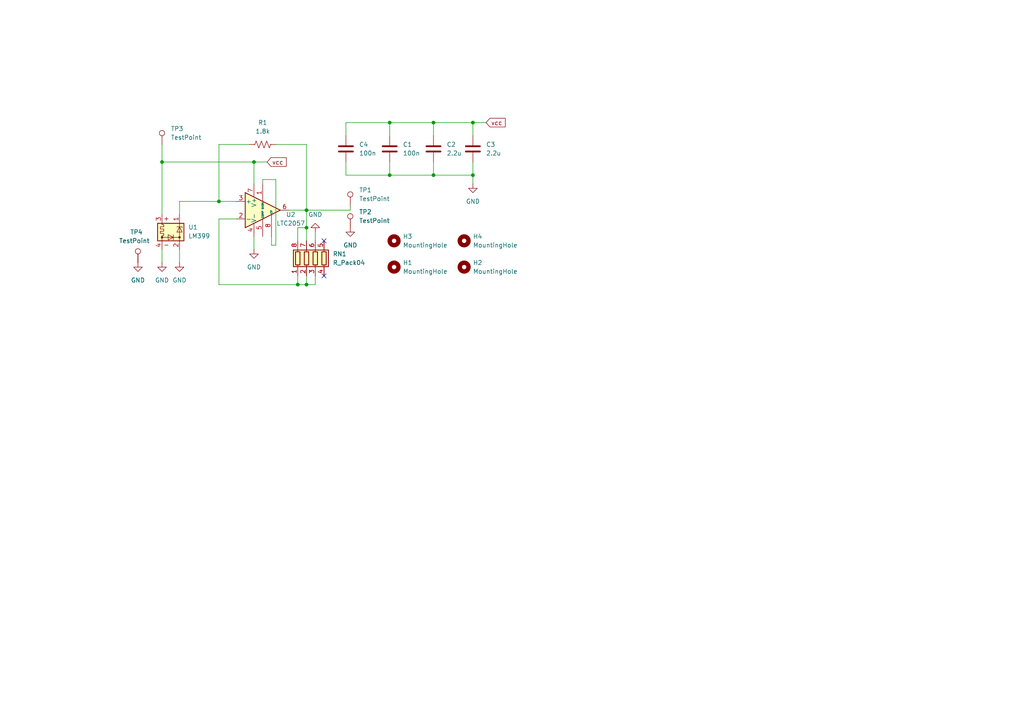
<source format=kicad_sch>
(kicad_sch (version 20231120) (generator "eeschema") (generator_version "8.0")
  (paper "A4")
  (lib_symbols
    (symbol "Amplifier_Operational:LTC1152" (pin_names (offset 0.127))
      (property "Reference" "U" (at 5.08 7.62 0))
      (property "Value" "LTC1152" (at 5.08 5.08 0))
      (symbol "LTC1152_0_1"
        (polyline (pts (xy -5.08 5.08) (xy -5.08 -5.08) (xy 5.08 0) (xy -5.08 5.08)) (stroke (width 0.254)) (fill (type background)))
      )
      (symbol "LTC1152_1_1"
        (pin input line (at 0 7.62 270) (length 5.08) (name "SHDN") (number "1"))
        (pin input line (at -7.62 -2.54 0) (length 2.54) (name "-") (number "2"))
        (pin input line (at -7.62 2.54 0) (length 2.54) (name "+") (number "3"))
        (pin power_in line (at -2.54 -7.62 90) (length 3.81) (name "V-") (number "4"))
        (pin input line (at 0 -7.62 90) (length 5.08) (name "COMP") (number "5"))
        (pin output line (at 7.62 0 180) (length 2.54) (name "~") (number "6"))
        (pin power_in line (at -2.54 7.62 270) (length 3.81) (name "V+") (number "7"))
        (pin output line (at 2.54 -7.62 90) (length 6.35) (name "CP") (number "8"))
      )
    )
    (symbol "Connector:TestPoint" (pin_numbers hide) (pin_names (offset 0.762) hide)
      (property "Reference" "TP" (at 0 6.858 0))
      (property "Value" "TestPoint" (at 0 5.08 0))
      (symbol "TestPoint_0_1"
        (circle (center 0 3.302) (radius 0.762))
      )
      (symbol "TestPoint_1_1"
        (pin passive line (at 0 0 90) (length 2.54) (name "1") (number "1"))
      )
    )
    (symbol "Device:C" (pin_numbers hide) (pin_names (offset 0.254))
      (property "Reference" "C" (at 0.635 2.54 0))
      (property "Value" "C" (at 0.635 -2.54 0))
      (symbol "C_0_1"
        (polyline (pts (xy -2.032 -0.762) (xy 2.032 -0.762)) (stroke (width 0.508)))
        (polyline (pts (xy -2.032 0.762) (xy 2.032 0.762)) (stroke (width 0.508)))
      )
      (symbol "C_1_1"
        (pin passive line (at 0 3.81 270) (length 2.794) (name "~") (number "1"))
        (pin passive line (at 0 -3.81 90) (length 2.794) (name "~") (number "2"))
      )
    )
    (symbol "Device:R_Pack04" (pin_names (offset 0) hide)
      (property "Reference" "RN" (at -7.62 0 90))
      (property "Value" "R_Pack04" (at 5.08 0 90))
      (symbol "R_Pack04_0_1"
        (rectangle (start -6.35 -2.413) (end 3.81 2.413) (stroke (width 0.254)) (fill (type background)))
        (rectangle (start -5.715 1.905) (end -4.445 -1.905) (stroke (width 0.254)))
        (rectangle (start -3.175 1.905) (end -1.905 -1.905) (stroke (width 0.254)))
        (rectangle (start -0.635 1.905) (end 0.635 -1.905) (stroke (width 0.254)))
        (polyline (pts (xy -5.08 -2.54) (xy -5.08 -1.905)))
        (polyline (pts (xy -5.08 1.905) (xy -5.08 2.54)))
        (polyline (pts (xy -2.54 -2.54) (xy -2.54 -1.905)))
        (polyline (pts (xy -2.54 1.905) (xy -2.54 2.54)))
        (polyline (pts (xy 0 -2.54) (xy 0 -1.905)))
        (polyline (pts (xy 0 1.905) (xy 0 2.54)))
        (polyline (pts (xy 2.54 -2.54) (xy 2.54 -1.905)))
        (polyline (pts (xy 2.54 1.905) (xy 2.54 2.54)))
        (rectangle (start 1.905 1.905) (end 3.175 -1.905) (stroke (width 0.254)))
      )
      (symbol "R_Pack04_1_1"
        (pin passive line (at -5.08 -5.08 90) (length 2.54) (name "R1.1") (number "1"))
        (pin passive line (at -2.54 -5.08 90) (length 2.54) (name "R2.1") (number "2"))
        (pin passive line (at 0 -5.08 90) (length 2.54) (name "R3.1") (number "3"))
        (pin passive line (at 2.54 -5.08 90) (length 2.54) (name "R4.1") (number "4"))
        (pin passive line (at 2.54 5.08 270) (length 2.54) (name "R4.2") (number "5"))
        (pin passive line (at 0 5.08 270) (length 2.54) (name "R3.2") (number "6"))
        (pin passive line (at -2.54 5.08 270) (length 2.54) (name "R2.2") (number "7"))
        (pin passive line (at -5.08 5.08 270) (length 2.54) (name "R1.2") (number "8"))
      )
    )
    (symbol "Device:R_US" (pin_numbers hide) (pin_names (offset 0))
      (property "Reference" "R" (at 2.54 0 90))
      (property "Value" "R_US" (at -2.54 0 90))
      (symbol "R_US_0_1"
        (polyline (pts (xy 0 -2.286) (xy 0 -2.54)))
        (polyline (pts (xy 0 2.286) (xy 0 2.54)))
        (polyline (pts (xy 0 -0.762) (xy 1.016 -1.143) (xy 0 -1.524) (xy -1.016 -1.905) (xy 0 -2.286)))
        (polyline (pts (xy 0 0.762) (xy 1.016 0.381) (xy 0 0) (xy -1.016 -0.381) (xy 0 -0.762)))
        (polyline (pts (xy 0 2.286) (xy 1.016 1.905) (xy 0 1.524) (xy -1.016 1.143) (xy 0 0.762)))
      )
      (symbol "R_US_1_1"
        (pin passive line (at 0 3.81 270) (length 1.27) (name "~") (number "1"))
        (pin passive line (at 0 -3.81 90) (length 1.27) (name "~") (number "2"))
      )
    )
    (symbol "Mechanical:MountingHole" (pin_names (offset 1.016)) (exclude_from_sim yes) (in_bom no)
      (property "Reference" "H" (at 0 5.08 0))
      (property "Value" "MountingHole" (at 0 3.175 0))
      (symbol "MountingHole_0_1"
        (circle (center 0 0) (radius 1.27) (stroke (width 1.27)))
      )
    )
    (symbol "Reference_Voltage:LM399" (pin_names (offset 1.016) hide)
      (property "Reference" "U" (at 3.81 1.27 0))
      (property "Value" "LM399" (at 3.81 -1.27 0))
      (symbol "LM399_0_0"
        (text "+" (at -1.27 3.937 0) (effects (font (size 1.27 1.27))))
      )
      (symbol "LM399_0_1"
        (rectangle (start -3.81 2.54) (end 3.81 -2.54) (stroke (width 0.254)) (fill (type background)))
        (circle (center -2.54 -1.524) (radius 0.254) (fill (type outline)))
        (polyline (pts (xy -2.54 -2.54) (xy -2.54 -1.016) (xy -2.032 -1.016) (xy -2.032 -0.381) (xy -3.048 -0.381) (xy -3.048 0.254) (xy -2.032 0.254) (xy -2.032 0.889) (xy -3.048 0.889) (xy -3.048 1.524) (xy -2.032 1.524) (xy -2.032 2.159) (xy -2.54 2.159) (xy -2.54 2.54)))
        (circle (center 2.54 -1.524) (radius 0.254) (fill (type outline)))
      )
      (symbol "LM399_1_1"
        (polyline (pts (xy 2.54 -1.524) (xy -2.54 -1.524)))
        (polyline (pts (xy 2.54 2.54) (xy 2.54 -2.54)))
        (polyline (pts (xy 0.762 -0.762) (xy 0.762 -1.524) (xy 0.762 -2.286)))
        (polyline (pts (xy 1.778 1.524) (xy 3.302 1.524) (xy 3.302 1.27)))
        (polyline (pts (xy -0.762 -0.762) (xy -0.762 -2.286) (xy 0.762 -1.524) (xy -0.762 -0.762)))
        (polyline (pts (xy 1.778 0) (xy 3.302 0) (xy 2.54 1.524) (xy 1.778 0)))
        (text "-" (at -1.27 -3.683 0) (effects (font (size 1.27 1.27))))
        (pin passive line (at 2.54 5.08 270) (length 2.54) (name "~") (number "1"))
        (pin passive line (at 2.54 -5.08 90) (length 2.54) (name "~") (number "2"))
        (pin power_in line (at -2.54 5.08 270) (length 2.54) (name "~") (number "3"))
        (pin power_in line (at -2.54 -5.08 90) (length 2.54) (name "~") (number "4"))
      )
    )
    (symbol "power:GND" (power) (pin_numbers hide) (pin_names (offset 0) hide)
      (property "Value" "GND" (at 0 -3.81 0))
      (symbol "GND_0_1"
        (polyline (pts (xy 0 0) (xy 0 -1.27) (xy 1.27 -1.27) (xy 0 -2.54) (xy -1.27 -1.27) (xy 0 -1.27)))
      )
      (symbol "GND_1_1"
        (pin power_in line (at 0 0 270) (length 0) (name "~") (number "1"))
      )
    )
  )
  (junction (at 88.9 66.04))
  (junction (at 63.5 58.42))
  (junction (at 125.73 35.56))
  (junction (at 88.9 82.55))
  (junction (at 86.36 82.55))
  (junction (at 73.66 46.99))
  (junction (at 137.16 50.8))
  (junction (at 46.99 46.99))
  (junction (at 88.9 60.96))
  (junction (at 113.03 35.56))
  (junction (at 113.03 50.8))
  (junction (at 125.73 50.8))
  (junction (at 137.16 35.56))
  (no_connect (at 93.98 80.01))
  (no_connect (at 93.98 69.85))
  (wire (pts (xy 86.36 82.55) (xy 63.5 82.55)))
  (wire (pts (xy 63.5 82.55) (xy 63.5 63.5)))
  (wire (pts (xy 137.16 35.56) (xy 137.16 39.37)))
  (wire (pts (xy 52.07 62.23) (xy 52.07 58.42)))
  (wire (pts (xy 52.07 76.2) (xy 52.07 72.39)))
  (wire (pts (xy 101.6 60.96) (xy 88.9 60.96)))
  (wire (pts (xy 46.99 41.91) (xy 46.99 46.99)))
  (wire (pts (xy 86.36 66.04) (xy 88.9 66.04)))
  (wire (pts (xy 63.5 41.91) (xy 63.5 58.42)))
  (wire (pts (xy 137.16 50.8) (xy 125.73 50.8)))
  (wire (pts (xy 125.73 46.99) (xy 125.73 50.8)))
  (wire (pts (xy 125.73 39.37) (xy 125.73 35.56)))
  (wire (pts (xy 80.01 52.07) (xy 76.2 52.07)))
  (wire (pts (xy 63.5 58.42) (xy 68.58 58.42)))
  (wire (pts (xy 100.33 35.56) (xy 100.33 39.37)))
  (wire (pts (xy 125.73 35.56) (xy 137.16 35.56)))
  (wire (pts (xy 88.9 82.55) (xy 86.36 82.55)))
  (wire (pts (xy 100.33 50.8) (xy 100.33 46.99)))
  (wire (pts (xy 137.16 46.99) (xy 137.16 50.8)))
  (wire (pts (xy 86.36 69.85) (xy 86.36 66.04)))
  (wire (pts (xy 46.99 46.99) (xy 73.66 46.99)))
  (wire (pts (xy 113.03 35.56) (xy 125.73 35.56)))
  (wire (pts (xy 46.99 62.23) (xy 46.99 46.99)))
  (wire (pts (xy 88.9 41.91) (xy 88.9 60.96)))
  (wire (pts (xy 101.6 59.69) (xy 101.6 60.96)))
  (wire (pts (xy 72.39 41.91) (xy 63.5 41.91)))
  (wire (pts (xy 91.44 80.01) (xy 91.44 82.55)))
  (wire (pts (xy 73.66 46.99) (xy 73.66 53.34)))
  (wire (pts (xy 88.9 69.85) (xy 88.9 66.04)))
  (wire (pts (xy 137.16 50.8) (xy 137.16 53.34)))
  (wire (pts (xy 88.9 82.55) (xy 91.44 82.55)))
  (wire (pts (xy 76.2 52.07) (xy 76.2 53.34)))
  (wire (pts (xy 63.5 63.5) (xy 68.58 63.5)))
  (wire (pts (xy 77.47 46.99) (xy 73.66 46.99)))
  (wire (pts (xy 78.74 68.58) (xy 78.74 71.12)))
  (wire (pts (xy 88.9 80.01) (xy 88.9 82.55)))
  (wire (pts (xy 113.03 46.99) (xy 113.03 50.8)))
  (wire (pts (xy 73.66 68.58) (xy 73.66 72.39)))
  (wire (pts (xy 86.36 82.55) (xy 86.36 80.01)))
  (wire (pts (xy 52.07 58.42) (xy 63.5 58.42)))
  (wire (pts (xy 113.03 39.37) (xy 113.03 35.56)))
  (wire (pts (xy 100.33 35.56) (xy 113.03 35.56)))
  (wire (pts (xy 137.16 35.56) (xy 140.97 35.56)))
  (wire (pts (xy 78.74 71.12) (xy 80.01 71.12)))
  (wire (pts (xy 91.44 67.31) (xy 91.44 69.85)))
  (wire (pts (xy 125.73 50.8) (xy 113.03 50.8)))
  (wire (pts (xy 113.03 50.8) (xy 100.33 50.8)))
  (wire (pts (xy 80.01 71.12) (xy 80.01 52.07)))
  (wire (pts (xy 88.9 66.04) (xy 88.9 60.96)))
  (wire (pts (xy 46.99 72.39) (xy 46.99 76.2)))
  (wire (pts (xy 88.9 60.96) (xy 83.82 60.96)))
  (wire (pts (xy 80.01 41.91) (xy 88.9 41.91)))
  (global_label "vcc" (shape input) (at 140.97 35.56 0) (property "Intersheetrefs" "${INTERSHEET_REFS}" (effects (hide yes))))
  (global_label "vcc" (shape input) (at 77.47 46.99 0) (property "Intersheetrefs" "${INTERSHEET_REFS}" (effects (hide yes))))
  (symbol (lib_id "power:GND") (at 73.66 72.39 0) (unit 1)
    (property "Reference" "#PWR02" (effects (hide yes)))
    (property "Value" "GND" (at 73.66 77.47 0))
    (property "Description" "Power symbol creates a global label with name \"GND\" , ground" (effects (hide yes)))
  )
  (symbol (lib_id "power:GND") (at 101.6 66.04 0) (unit 1)
    (property "Reference" "#PWR05" (effects (hide yes)))
    (property "Value" "GND" (at 101.6 71.12 0))
    (property "Description" "Power symbol creates a global label with name \"GND\" , ground" (effects (hide yes)))
  )
  (symbol (lib_id "power:GND") (at 91.44 67.31 180) (unit 1)
    (property "Reference" "#PWR01" (effects (hide yes)))
    (property "Value" "GND" (at 91.44 62.23 0))
    (property "Description" "Power symbol creates a global label with name \"GND\" , ground" (effects (hide yes)))
  )
  (symbol (lib_id "power:GND") (at 137.16 53.34 0) (unit 1)
    (property "Reference" "#PWR07" (effects (hide yes)))
    (property "Value" "GND" (at 137.16 58.42 0))
    (property "Description" "Power symbol creates a global label with name \"GND\" , ground" (effects (hide yes)))
  )
  (symbol (lib_id "Connector:TestPoint") (at 101.6 66.04 0) (unit 1)
    (property "Reference" "TP2" (at 104.14 61.4679 0) (effects (justify left)))
    (property "Value" "TestPoint" (at 104.14 64.0079 0) (effects (justify left)))
    (property "Footprint" "TestPoint:TestPoint_Pad_D4.0mm" (effects (hide yes)))
    (property "Description" "test point" (effects (hide yes)))
  )
  (symbol (lib_id "Device:C") (at 113.03 43.18 0) (unit 1)
    (property "Reference" "C1" (at 116.84 41.9099 0) (effects (justify left)))
    (property "Value" "100n" (at 116.84 44.4499 0) (effects (justify left)))
    (property "Footprint" "Capacitor_SMD:C_0603_1608Metric_Pad1.08x0.95mm_HandSolder" (effects (hide yes)))
    (property "Description" "Unpolarized capacitor" (effects (hide yes)))
  )
  (symbol (lib_id "power:GND") (at 52.07 76.2 0) (unit 1)
    (property "Reference" "#PWR03" (effects (hide yes)))
    (property "Value" "GND" (at 52.07 81.28 0))
    (property "Description" "Power symbol creates a global label with name \"GND\" , ground" (effects (hide yes)))
  )
  (symbol (lib_id "Device:C") (at 125.73 43.18 0) (unit 1)
    (property "Reference" "C2" (at 129.54 41.9099 0) (effects (justify left)))
    (property "Value" "2.2u" (at 129.54 44.4499 0) (effects (justify left)))
    (property "Footprint" "Capacitor_SMD:C_0805_2012Metric_Pad1.18x1.45mm_HandSolder" (effects (hide yes)))
    (property "Description" "Unpolarized capacitor" (effects (hide yes)))
  )
  (symbol (lib_id "Connector:TestPoint") (at 101.6 59.69 0) (unit 1)
    (property "Reference" "TP1" (at 104.14 55.1179 0) (effects (justify left)))
    (property "Value" "TestPoint" (at 104.14 57.6579 0) (effects (justify left)))
    (property "Footprint" "TestPoint:TestPoint_Pad_D4.0mm" (effects (hide yes)))
    (property "Description" "test point" (effects (hide yes)))
  )
  (symbol (lib_id "Device:C") (at 100.33 43.18 0) (unit 1)
    (property "Reference" "C4" (at 104.14 41.9099 0) (effects (justify left)))
    (property "Value" "100n" (at 104.14 44.4499 0) (effects (justify left)))
    (property "Footprint" "Capacitor_SMD:C_0603_1608Metric_Pad1.08x0.95mm_HandSolder" (effects (hide yes)))
    (property "Description" "Unpolarized capacitor" (effects (hide yes)))
  )
  (symbol (lib_id "power:GND") (at 40.005 76.2 0) (mirror y) (unit 1)
    (property "Reference" "#PWR06" (effects (hide yes)))
    (property "Value" "GND" (at 40.005 81.28 0))
    (property "Description" "Power symbol creates a global label with name \"GND\" , ground" (effects (hide yes)))
  )
  (symbol (lib_id "Connector:TestPoint") (at 46.99 41.91 0) (unit 1)
    (property "Reference" "TP3" (at 49.53 37.3379 0) (effects (justify left)))
    (property "Value" "TestPoint" (at 49.53 39.8779 0) (effects (justify left)))
    (property "Footprint" "TestPoint:TestPoint_Pad_D4.0mm" (effects (hide yes)))
    (property "Description" "test point" (effects (hide yes)))
  )
  (symbol (lib_id "Mechanical:MountingHole") (at 114.3 69.85 0) (unit 1) (exclude_from_sim yes) (in_bom no)
    (property "Reference" "H3" (at 116.84 68.5799 0) (effects (justify left)))
    (property "Value" "MountingHole" (at 116.84 71.1199 0) (effects (justify left)))
    (property "Footprint" "MountingHole:MountingHole_3.2mm_M3" (effects (hide yes)))
    (property "Description" "Mounting Hole without connection" (effects (hide yes)))
  )
  (symbol (lib_id "Mechanical:MountingHole") (at 134.62 77.47 0) (unit 1) (exclude_from_sim yes) (in_bom no)
    (property "Reference" "H2" (at 137.16 76.1999 0) (effects (justify left)))
    (property "Value" "MountingHole" (at 137.16 78.7399 0) (effects (justify left)))
    (property "Footprint" "MountingHole:MountingHole_3.2mm_M3" (effects (hide yes)))
    (property "Description" "Mounting Hole without connection" (effects (hide yes)))
  )
  (symbol (lib_id "Mechanical:MountingHole") (at 134.62 69.85 0) (unit 1) (exclude_from_sim yes) (in_bom no)
    (property "Reference" "H4" (at 137.16 68.5799 0) (effects (justify left)))
    (property "Value" "MountingHole" (at 137.16 71.1199 0) (effects (justify left)))
    (property "Footprint" "MountingHole:MountingHole_3.2mm_M3" (effects (hide yes)))
    (property "Description" "Mounting Hole without connection" (effects (hide yes)))
  )
  (symbol (lib_id "power:GND") (at 46.99 76.2 0) (unit 1)
    (property "Reference" "#PWR04" (effects (hide yes)))
    (property "Value" "GND" (at 46.99 81.28 0))
    (property "Description" "Power symbol creates a global label with name \"GND\" , ground" (effects (hide yes)))
  )
  (symbol (lib_id "Amplifier_Operational:LTC1152") (at 76.2 60.96 0) (unit 1)
    (property "Reference" "U2" (at 84.328 62.23 0))
    (property "Value" "LTC2057" (at 84.328 64.77 0))
    (property "Footprint" "Package_SO:SOIC-8_3.9x4.9mm_P1.27mm" (effects (hide yes)))
    (property "Datasheet" "https://www.analog.com/media/en/technical-documentation/data-sheets/lt1152.pdf" (effects (hide yes)))
    (property "Description" "Rail-to-Rail Input, Rail-to-Rail Output, Zero-Drift Op Amp, DIP-8, SOIC-8" (effects (hide yes)))
  )
  (symbol (lib_id "Connector:TestPoint") (at 40.005 76.2 0) (mirror y) (unit 1)
    (property "Reference" "TP4" (at 41.402 67.31 0) (effects (justify left)))
    (property "Value" "TestPoint" (at 43.434 69.85 0) (effects (justify left)))
    (property "Footprint" "TestPoint:TestPoint_Pad_D4.0mm" (effects (hide yes)))
    (property "Description" "test point" (effects (hide yes)))
  )
  (symbol (lib_id "Device:R_Pack04") (at 91.44 74.93 0) (unit 1)
    (property "Reference" "RN1" (at 96.52 73.6599 0) (effects (justify left)))
    (property "Value" "R_Pack04" (at 96.52 76.1999 0) (effects (justify left)))
    (property "Footprint" "Resistor_SMD:R_Array_Convex_4x0603" (effects (hide yes)))
    (property "Description" "4 resistor network, parallel topology" (effects (hide yes)))
  )
  (symbol (lib_id "Reference_Voltage:LM399") (at 49.53 67.31 0) (unit 1)
    (property "Reference" "U1" (at 54.61 65.9129 0) (effects (justify left)))
    (property "Value" "LM399" (at 54.61 68.4529 0) (effects (justify left)))
    (property "Footprint" "Package_TO_SOT_THT:Analog_TO-46-4_ThermalShield" (effects (hide yes)))
    (property "Datasheet" "https://www.analog.com/media/en/technical-documentation/data-sheets/199399fc.pdf" (effects (hide yes)))
    (property "Description" "Precision Reference, 6.95V, Buried Zener Diode with Thermal Shielding Can, TO-46-4" (effects (hide yes)))
  )
  (symbol (lib_id "Device:C") (at 137.16 43.18 0) (unit 1)
    (property "Reference" "C3" (at 140.97 41.9099 0) (effects (justify left)))
    (property "Value" "2.2u" (at 140.97 44.4499 0) (effects (justify left)))
    (property "Footprint" "Capacitor_SMD:C_0805_2012Metric_Pad1.18x1.45mm_HandSolder" (effects (hide yes)))
    (property "Description" "Unpolarized capacitor" (effects (hide yes)))
  )
  (symbol (lib_id "Mechanical:MountingHole") (at 114.3 77.47 0) (unit 1) (exclude_from_sim yes) (in_bom no)
    (property "Reference" "H1" (at 116.84 76.1999 0) (effects (justify left)))
    (property "Value" "MountingHole" (at 116.84 78.7399 0) (effects (justify left)))
    (property "Footprint" "MountingHole:MountingHole_3.2mm_M3" (effects (hide yes)))
    (property "Description" "Mounting Hole without connection" (effects (hide yes)))
  )
  (symbol (lib_id "Device:R_US") (at 76.2 41.91 90) (unit 1)
    (property "Reference" "R1" (at 76.2 35.56 90))
    (property "Value" "1.8k" (at 76.2 38.1 90))
    (property "Footprint" "Resistor_SMD:R_0603_1608Metric_Pad0.98x0.95mm_HandSolder" (effects (hide yes)))
    (property "Description" "Resistor, US symbol" (effects (hide yes)))
  )
)
</source>
